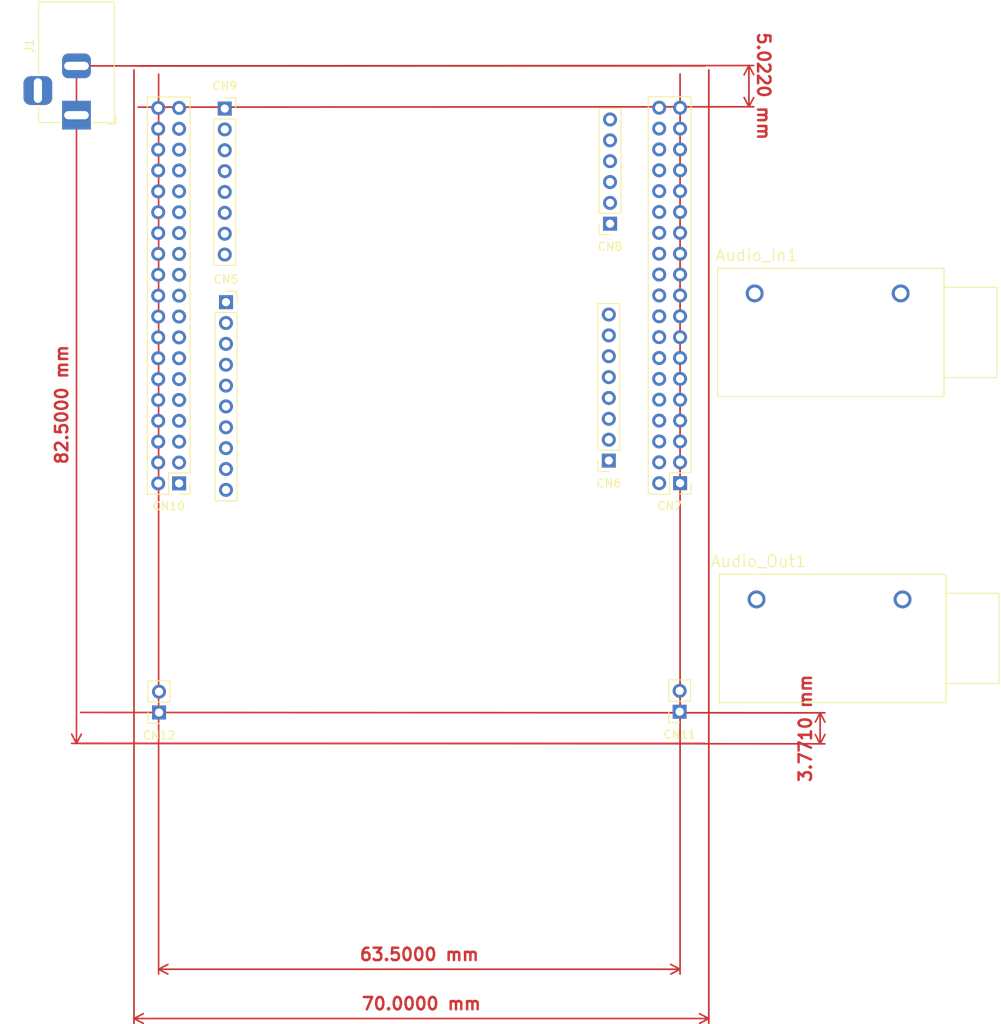
<source format=kicad_pcb>
(kicad_pcb (version 20240108) (generator "pcbnew") (generator_version "8.0")
  (layers (0 "F.Cu" signal) (31 "B.Cu" power) (34 "B.Paste" user) (35 "F.Paste" user) (36 "B.SilkS" user "B.Silkscreen") (37 "F.SilkS" user "F.Silkscreen") (38 "B.Mask" user) (39 "F.Mask" user) (44 "Edge.Cuts" user))
  (net 0 "")
  (net 1 "/PA9")
  (net 2 "/PB6")
  (net 3 "GND")
  (net 4 "/PA6")
  (net 5 "+AREF")
  (net 6 "/PC7")
  (net 7 "/PA7")
  (net 8 "/PA5")
  (net 9 "/PB8")
  (net 10 "/PB9")
  (net 11 "+5V_VIN")
  (net 12 "+5V")
  (net 13 "VIN")
  (net 14 "+3V3")
  (net 15 "/T_NRST")
  (net 16 "/PC12")
  (net 17 "/PF0")
  (net 18 "VDD")
  (net 19 "/PA0")
  (net 21 "/PC10")
  (net 22 "E5V")
  (net 23 "/PA1")
  (net 24 "/PF1")
  (net 25 "/PB7")
  (net 26 "/PC11")
  (net 27 "/PC13")
  (net 28 "VBAT")
  (net 29 "/PA3")
  (net 30 "/ADC1")
  (net 31 "/PA2")
  (net 32 "/PA15")
  (net 33 "/PD2")
  (net 34 "/DAC1")
  (net 35 "/PC2")
  (net 36 "/PC15")
  (net 37 "/PC14")
  (net 38 "/ARD D0 RX")
  (net 39 "/PA8")
  (net 40 "/PB3")
  (net 41 "/PB4")
  (net 42 "/PB10")
  (net 43 "/PA10")
  (net 44 "/ARD D1 TX")
  (net 45 "/PB5")
  (net 46 "/PB13")
  (net 48 "/PC4")
  (net 49 "/PC8")
  (net 50 "/PB14")
  (net 51 "+VREFP")
  (net 52 "/PC9")
  (net 53 "/PA12")
  (net 54 "/PA11")
  (net 55 "AGND")
  (net 56 "/PB1")
  (net 59 "+5V_USB_CHGR")
  (net 60 "/PB11")
  (net 61 "/PB2")
  (net 62 "/PC5")
  (net 63 "/PB15")
  (net 64 "/PC6")
  (net 65 "/PB12")
  (footprint "Connector_PinSocket_2.54mm:PinSocket_1x02_P2.54mm_Vertical" (layer "F.Cu") (at 93.45 93.64 180)
    (property "Reference" "CN11" (at 0 -2.77 0) (layer "F.SilkS"))
    (property "Value" "Conn_01x02")
    (fp_line (start 1.33 1.27) (end 1.33 3.87) (stroke (width 0.12)) (layer "F.SilkS"))
    (fp_line (start 1.33 -1.33) (end 1.33 0) (stroke (width 0.12)) (layer "F.SilkS"))
    (fp_line (start 0 -1.33) (end 1.33 -1.33) (stroke (width 0.12)) (layer "F.SilkS"))
    (fp_line (start -1.33 3.87) (end 1.33 3.87) (stroke (width 0.12)) (layer "F.SilkS"))
    (fp_line (start -1.33 1.27) (end 1.33 1.27) (stroke (width 0.12)) (layer "F.SilkS"))
    (fp_line (start -1.33 1.27) (end -1.33 3.87) (stroke (width 0.12)) (layer "F.SilkS"))
    (pad "1" thru_hole rect (at 0 0 180) (size 1.7 1.7) (drill 1) (layers "*.Cu" "*.Mask") (net 3 "GND"))
    (pad "2" thru_hole oval (at 0 2.54 180) (size 1.7 1.7) (drill 1) (layers "*.Cu" "*.Mask") (net 3 "GND"))
  )
  (footprint "Connector_PinSocket_2.54mm:PinSocket_1x06_P2.54mm_Vertical" (layer "F.Cu") (at 84.973 34.221 180)
    (property "Reference" "CN8" (at 0 -2.77 0) (layer "F.SilkS"))
    (property "Value" "Conn_01x06")
    (fp_line (start 1.33 1.27) (end 1.33 14.03) (stroke (width 0.12)) (layer "F.SilkS"))
    (fp_line (start 1.33 -1.33) (end 1.33 0) (stroke (width 0.12)) (layer "F.SilkS"))
    (fp_line (start 0 -1.33) (end 1.33 -1.33) (stroke (width 0.12)) (layer "F.SilkS"))
    (fp_line (start -1.33 14.03) (end 1.33 14.03) (stroke (width 0.12)) (layer "F.SilkS"))
    (fp_line (start -1.33 1.27) (end 1.33 1.27) (stroke (width 0.12)) (layer "F.SilkS"))
    (fp_line (start -1.33 1.27) (end -1.33 14.03) (stroke (width 0.12)) (layer "F.SilkS"))
    (pad "1" thru_hole rect (at 0 0 180) (size 1.7 1.7) (drill 1) (layers "*.Cu" "*.Mask") (net 19 "/PA0"))
    (pad "2" thru_hole oval (at 0 2.54 180) (size 1.7 1.7) (drill 1) (layers "*.Cu" "*.Mask") (net 23 "/PA1"))
    (pad "3" thru_hole oval (at 0 5.08 180) (size 1.7 1.7) (drill 1) (layers "*.Cu" "*.Mask") (net 31 "/PA2"))
    (pad "4" thru_hole oval (at 0 7.62 180) (size 1.7 1.7) (drill 1) (layers "*.Cu" "*.Mask") (net 29 "/PA3"))
    (pad "5" thru_hole oval (at 0 10.16 180) (size 1.7 1.7) (drill 1) (layers "*.Cu" "*.Mask") (net 34 "/DAC1"))
    (pad "6" thru_hole oval (at 0 12.7 180) (size 1.7 1.7) (drill 1) (layers "*.Cu" "*.Mask") (net 8 "/PA5"))
  )
  (footprint "Connector_BarrelJack:BarrelJack_Horizontal" (layer "F.Cu") (at 20 21 -90)
    (property "Reference" "J1" (at -8.45 5.75 90) (layer "F.SilkS"))
    (property "Value" "Barrel_Jack_Switch")
    (fp_line (start -13.8 4.6) (end -13.8 -4.6) (stroke (width 0.12)) (layer "F.SilkS"))
    (fp_line (start -5 4.6) (end -13.8 4.6) (stroke (width 0.12)) (layer "F.SilkS"))
    (fp_line (start 0.9 4.6) (end -1 4.6) (stroke (width 0.12)) (layer "F.SilkS"))
    (fp_line (start 0.9 1.9) (end 0.9 4.6) (stroke (width 0.12)) (layer "F.SilkS"))
    (fp_line (start 1.1 -3.75) (end 1.1 -4.8) (stroke (width 0.12)) (layer "F.SilkS"))
    (fp_line (start -13.8 -4.6) (end 0.9 -4.6) (stroke (width 0.12)) (layer "F.SilkS"))
    (fp_line (start 0.9 -4.6) (end 0.9 -2) (stroke (width 0.12)) (layer "F.SilkS"))
    (fp_line (start 0.05 -4.8) (end 1.1 -4.8) (stroke (width 0.12)) (layer "F.SilkS"))
    (pad "1" thru_hole rect (at 0 0 270) (size 3.5 3.5) (drill oval 1 3) (layers "*.Cu" "*.Mask") (net 13 "VIN"))
    (pad "2" thru_hole roundrect (at -6 0 270) (size 3 3.5) (drill oval 1 3) (layers "*.Cu" "*.Mask") (net 3 "GND"))
    (pad "3" thru_hole roundrect (at -3 4.7 270) (size 3.5 3.5) (drill oval 3 1) (layers "*.Cu" "*.Mask"))
  )
  (footprint "Connector_PinSocket_2.54mm:PinSocket_1x10_P2.54mm_Vertical" (layer "F.Cu") (at 38.203 43.767)
    (property "Reference" "CN5" (at 0 -2.77 0) (layer "F.SilkS"))
    (property "Value" "Conn_01x10")
    (fp_line (start -1.33 1.27) (end -1.33 24.19) (stroke (width 0.12)) (layer "F.SilkS"))
    (fp_line (start -1.33 1.27) (end 1.33 1.27) (stroke (width 0.12)) (layer "F.SilkS"))
    (fp_line (start -1.33 24.19) (end 1.33 24.19) (stroke (width 0.12)) (layer "F.SilkS"))
    (fp_line (start 0 -1.33) (end 1.33 -1.33) (stroke (width 0.12)) (layer "F.SilkS"))
    (fp_line (start 1.33 -1.33) (end 1.33 0) (stroke (width 0.12)) (layer "F.SilkS"))
    (fp_line (start 1.33 1.27) (end 1.33 24.19) (stroke (width 0.12)) (layer "F.SilkS"))
    (pad "1" thru_hole rect (at 0 0) (size 1.7 1.7) (drill 1) (layers "*.Cu" "*.Mask") (net 1 "/PA9"))
    (pad "2" thru_hole oval (at 0 2.54) (size 1.7 1.7) (drill 1) (layers "*.Cu" "*.Mask") (net 6 "/PC7"))
    (pad "3" thru_hole oval (at 0 5.08) (size 1.7 1.7) (drill 1) (layers "*.Cu" "*.Mask") (net 2 "/PB6"))
    (pad "4" thru_hole oval (at 0 7.62) (size 1.7 1.7) (drill 1) (layers "*.Cu" "*.Mask") (net 7 "/PA7"))
    (pad "5" thru_hole oval (at 0 10.16) (size 1.7 1.7) (drill 1) (layers "*.Cu" "*.Mask") (net 4 "/PA6"))
    (pad "6" thru_hole oval (at 0 12.7) (size 1.7 1.7) (drill 1) (layers "*.Cu" "*.Mask") (net 8 "/PA5"))
    (pad "7" thru_hole oval (at 0 15.24) (size 1.7 1.7) (drill 1) (layers "*.Cu" "*.Mask") (net 3 "GND"))
    (pad "8" thru_hole oval (at 0 17.78) (size 1.7 1.7) (drill 1) (layers "*.Cu" "*.Mask") (net 5 "+AREF"))
    (pad "9" thru_hole oval (at 0 20.32) (size 1.7 1.7) (drill 1) (layers "*.Cu" "*.Mask") (net 10 "/PB9"))
    (pad "10" thru_hole oval (at 0 22.86) (size 1.7 1.7) (drill 1) (layers "*.Cu" "*.Mask") (net 9 "/PB8"))
  )
  (footprint "Connector_PinSocket_2.54mm:PinSocket_2x19_P2.54mm_Vertical" (layer "F.Cu") (at 93.499 20.09)
    (property "Reference" "CN7" (at -1.27 48.49 0) (layer "F.SilkS"))
    (property "Value" "Conn_02x19_Odd_Even")
    (fp_line (start -3.87 -1.33) (end 1.33 -1.33) (stroke (width 0.12)) (layer "F.SilkS"))
    (fp_line (start -3.87 47.05) (end -3.87 -1.33) (stroke (width 0.12)) (layer "F.SilkS"))
    (fp_line (start -3.87 47.05) (end -1.27 47.05) (stroke (width 0.12)) (layer "F.SilkS"))
    (fp_line (start -1.27 44.45) (end 1.33 44.45) (stroke (width 0.12)) (layer "F.SilkS"))
    (fp_line (start -1.27 47.05) (end -1.27 44.45) (stroke (width 0.12)) (layer "F.SilkS"))
    (fp_line (start 0 47.05) (end 1.33 47.05) (stroke (width 0.12)) (layer "F.SilkS"))
    (fp_line (start 1.33 44.45) (end 1.33 -1.33) (stroke (width 0.12)) (layer "F.SilkS"))
    (fp_line (start 1.33 47.05) (end 1.33 45.72) (stroke (width 0.12)) (layer "F.SilkS"))
    (pad "1" thru_hole rect (at 0 45.72 180) (size 1.7 1.7) (drill 1) (layers "*.Cu" "*.Mask") (net 21 "/PC10"))
    (pad "2" thru_hole oval (at -2.54 45.72 180) (size 1.7 1.7) (drill 1) (layers "*.Cu" "*.Mask") (net 26 "/PC11"))
    (pad "3" thru_hole oval (at 0 43.18 180) (size 1.7 1.7) (drill 1) (layers "*.Cu" "*.Mask") (net 16 "/PC12"))
    (pad "4" thru_hole oval (at -2.54 43.18 180) (size 1.7 1.7) (drill 1) (layers "*.Cu" "*.Mask") (net 33 "/PD2"))
    (pad "5" thru_hole oval (at 0 40.64 180) (size 1.7 1.7) (drill 1) (layers "*.Cu" "*.Mask") (net 18 "VDD"))
    (pad "6" thru_hole oval (at -2.54 40.64 180) (size 1.7 1.7) (drill 1) (layers "*.Cu" "*.Mask") (net 22 "E5V"))
    (pad "7" thru_hole oval (at 0 38.1 180) (size 1.7 1.7) (drill 1) (layers "*.Cu" "*.Mask") (net 9 "/PB8"))
    (pad "8" thru_hole oval (at -2.54 38.1 180) (size 1.7 1.7) (drill 1) (layers "*.Cu" "*.Mask") (net 3 "GND"))
    (pad "9" thru_hole oval (at 0 35.56 180) (size 1.7 1.7) (drill 1) (layers "*.Cu" "*.Mask"))
    (pad "10" thru_hole oval (at -2.54 35.56 180) (size 1.7 1.7) (drill 1) (layers "*.Cu" "*.Mask"))
    (pad "11" thru_hole oval (at 0 33.02 180) (size 1.7 1.7) (drill 1) (layers "*.Cu" "*.Mask"))
    (pad "12" thru_hole oval (at -2.54 33.02 180) (size 1.7 1.7) (drill 1) (layers "*.Cu" "*.Mask") (net 12 "+5V"))
    (pad "13" thru_hole oval (at 0 30.48 180) (size 1.7 1.7) (drill 1) (layers "*.Cu" "*.Mask") (net 27 "/PC13"))
    (pad "14" thru_hole oval (at -2.54 30.48 180) (size 1.7 1.7) (drill 1) (layers "*.Cu" "*.Mask") (net 15 "/T_NRST"))
    (pad "15" thru_hole oval (at 0 27.94 180) (size 1.7 1.7) (drill 1) (layers "*.Cu" "*.Mask") (net 37 "/PC14"))
    (pad "16" thru_hole oval (at -2.54 27.94 180) (size 1.7 1.7) (drill 1) (layers "*.Cu" "*.Mask") (net 12 "+5V"))
    (pad "17" thru_hole oval (at 0 25.4 180) (size 1.7 1.7) (drill 1) (layers "*.Cu" "*.Mask") (net 32 "/PA15"))
    (pad "18" thru_hole oval (at -2.54 25.4 180) (size 1.7 1.7) (drill 1) (layers "*.Cu" "*.Mask") (net 14 "+3V3"))
    (pad "19" thru_hole oval (at 0 22.86 180) (size 1.7 1.7) (drill 1) (layers "*.Cu" "*.Mask") (net 3 "GND"))
    (pad "20" thru_hole oval (at -2.54 22.86 180) (size 1.7 1.7) (drill 1) (layers "*.Cu" "*.Mask") (net 3 "GND"))
    (pad "21" thru_hole oval (at 0 20.32 180) (size 1.7 1.7) (drill 1) (layers "*.Cu" "*.Mask") (net 25 "/PB7"))
    (pad "22" thru_hole oval (at -2.54 20.32 180) (size 1.7 1.7) (drill 1) (layers "*.Cu" "*.Mask") (net 3 "GND"))
    (pad "23" thru_hole oval (at 0 17.78 180) (size 1.7 1.7) (drill 1) (layers "*.Cu" "*.Mask") (net 27 "/PC13"))
    (pad "24" thru_hole oval (at -2.54 17.78 180) (size 1.7 1.7) (drill 1) (layers "*.Cu" "*.Mask") (net 13 "VIN"))
    (pad "25" thru_hole oval (at 0 15.24 180) (size 1.7 1.7) (drill 1) (layers "*.Cu" "*.Mask") (net 37 "/PC14"))
    (pad "26" thru_hole oval (at -2.54 15.24 180) (size 1.7 1.7) (drill 1) (layers "*.Cu" "*.Mask"))
    (pad "27" thru_hole oval (at 0 12.7 180) (size 1.7 1.7) (drill 1) (layers "*.Cu" "*.Mask") (net 36 "/PC15"))
    (pad "28" thru_hole oval (at -2.54 12.7 180) (size 1.7 1.7) (drill 1) (layers "*.Cu" "*.Mask") (net 19 "/PA0"))
    (pad "29" thru_hole oval (at 0 10.16 180) (size 1.7 1.7) (drill 1) (layers "*.Cu" "*.Mask") (net 17 "/PF0"))
    (pad "30" thru_hole oval (at -2.54 10.16 180) (size 1.7 1.7) (drill 1) (layers "*.Cu" "*.Mask") (net 23 "/PA1"))
    (pad "31" thru_hole oval (at 0 7.62 180) (size 1.7 1.7) (drill 1) (layers "*.Cu" "*.Mask") (net 24 "/PF1"))
    (pad "32" thru_hole oval (at -2.54 7.62 180) (size 1.7 1.7) (drill 1) (layers "*.Cu" "*.Mask") (net 31 "/PA2"))
    (pad "33" thru_hole oval (at 0 5.08 180) (size 1.7 1.7) (drill 1) (layers "*.Cu" "*.Mask") (net 28 "VBAT"))
    (pad "34" thru_hole oval (at -2.54 5.08 180) (size 1.7 1.7) (drill 1) (layers "*.Cu" "*.Mask") (net 29 "/PA3"))
    (pad "35" thru_hole oval (at 0 2.54 180) (size 1.7 1.7) (drill 1) (layers "*.Cu" "*.Mask") (net 35 "/PC2"))
    (pad "36" thru_hole oval (at -2.54 2.54 180) (size 1.7 1.7) (drill 1) (layers "*.Cu" "*.Mask") (net 34 "/DAC1"))
    (pad "37" thru_hole oval (at 0 0 180) (size 1.7 1.7) (drill 1) (layers "*.Cu" "*.Mask") (net 30 "/ADC1"))
    (pad "38" thru_hole oval (at -2.54 0 180) (size 1.7 1.7) (drill 1) (layers "*.Cu" "*.Mask") (net 8 "/PA5"))
  )
  (footprint "Connector_PinSocket_2.54mm:PinSocket_1x08_P2.54mm_Vertical" (layer "F.Cu") (at 38.056 20.193)
    (property "Reference" "CN9" (at 0 -2.77 0) (layer "F.SilkS"))
    (property "Value" "Conn_01x08")
    (fp_line (start -1.33 1.27) (end -1.33 19.11) (stroke (width 0.12)) (layer "F.SilkS"))
    (fp_line (start -1.33 1.27) (end 1.33 1.27) (stroke (width 0.12)) (layer "F.SilkS"))
    (fp_line (start -1.33 19.11) (end 1.33 19.11) (stroke (width 0.12)) (layer "F.SilkS"))
    (fp_line (start 0 -1.33) (end 1.33 -1.33) (stroke (width 0.12)) (layer "F.SilkS"))
    (fp_line (start 1.33 -1.33) (end 1.33 0) (stroke (width 0.12)) (layer "F.SilkS"))
    (fp_line (start 1.33 1.27) (end 1.33 19.11) (stroke (width 0.12)) (layer "F.SilkS"))
    (pad "1" thru_hole rect (at 0 0) (size 1.7 1.7) (drill 1) (layers "*.Cu" "*.Mask") (net 38 "/ARD D0 RX"))
    (pad "2" thru_hole oval (at 0 2.54) (size 1.7 1.7) (drill 1) (layers "*.Cu" "*.Mask") (net 44 "/ARD D1 TX"))
    (pad "3" thru_hole oval (at 0 5.08) (size 1.7 1.7) (drill 1) (layers "*.Cu" "*.Mask") (net 43 "/PA10"))
    (pad "4" thru_hole oval (at 0 7.62) (size 1.7 1.7) (drill 1) (layers "*.Cu" "*.Mask") (net 40 "/PB3"))
    (pad "5" thru_hole oval (at 0 10.16) (size 1.7 1.7) (drill 1) (layers "*.Cu" "*.Mask") (net 45 "/PB5"))
    (pad "6" thru_hole oval (at 0 12.7) (size 1.7 1.7) (drill 1) (layers "*.Cu" "*.Mask") (net 41 "/PB4"))
    (pad "7" thru_hole oval (at 0 15.24) (size 1.7 1.7) (drill 1) (layers "*.Cu" "*.Mask") (net 42 "/PB10"))
    (pad "8" thru_hole oval (at 0 17.78) (size 1.7 1.7) (drill 1) (layers "*.Cu" "*.Mask") (net 39 "/PA8"))
  )
  (footprint "Connector_PinSocket_2.54mm:PinSocket_1x02_P2.54mm_Vertical" (layer "F.Cu") (at 30.05 93.74 180)
    (property "Reference" "CN12" (at 0 -2.77 0) (layer "F.SilkS"))
    (property "Value" "Conn_01x02")
    (fp_line (start 1.33 1.27) (end 1.33 3.87) (stroke (width 0.12)) (layer "F.SilkS"))
    (fp_line (start 1.33 -1.33) (end 1.33 0) (stroke (width 0.12)) (layer "F.SilkS"))
    (fp_line (start 0 -1.33) (end 1.33 -1.33) (stroke (width 0.12)) (layer "F.SilkS"))
    (fp_line (start -1.33 3.87) (end 1.33 3.87) (stroke (width 0.12)) (layer "F.SilkS"))
    (fp_line (start -1.33 1.27) (end 1.33 1.27) (stroke (width 0.12)) (layer "F.SilkS"))
    (fp_line (start -1.33 1.27) (end -1.33 3.87) (stroke (width 0.12)) (layer "F.SilkS"))
    (pad "1" thru_hole rect (at 0 0 180) (size 1.7 1.7) (drill 1) (layers "*.Cu" "*.Mask") (net 3 "GND"))
    (pad "2" thru_hole oval (at 0 2.54 180) (size 1.7 1.7) (drill 1) (layers "*.Cu" "*.Mask") (net 3 "GND"))
  )
  (footprint "Connector_PinSocket_2.54mm:PinSocket_2x19_P2.54mm_Vertical" (layer "F.Cu") (at 32.494 20.117)
    (property "Reference" "CN10" (at -1.27 48.49 0) (layer "F.SilkS"))
    (property "Value" "Conn_02x19_Odd_Even")
    (fp_line (start -3.87 -1.33) (end 1.33 -1.33) (stroke (width 0.12)) (layer "F.SilkS"))
    (fp_line (start -3.87 47.05) (end -3.87 -1.33) (stroke (width 0.12)) (layer "F.SilkS"))
    (fp_line (start -3.87 47.05) (end -1.27 47.05) (stroke (width 0.12)) (layer "F.SilkS"))
    (fp_line (start -1.27 44.45) (end 1.33 44.45) (stroke (width 0.12)) (layer "F.SilkS"))
    (fp_line (start -1.27 47.05) (end -1.27 44.45) (stroke (width 0.12)) (layer "F.SilkS"))
    (fp_line (start 0 47.05) (end 1.33 47.05) (stroke (width 0.12)) (layer "F.SilkS"))
    (fp_line (start 1.33 44.45) (end 1.33 -1.33) (stroke (width 0.12)) (layer "F.SilkS"))
    (fp_line (start 1.33 47.05) (end 1.33 45.72) (stroke (width 0.12)) (layer "F.SilkS"))
    (pad "1" thru_hole rect (at 0 45.72 180) (size 1.7 1.7) (drill 1) (layers "*.Cu" "*.Mask") (net 52 "/PC9"))
    (pad "2" thru_hole oval (at -2.54 45.72 180) (size 1.7 1.7) (drill 1) (layers "*.Cu" "*.Mask") (net 49 "/PC8"))
    (pad "3" thru_hole oval (at 0 43.18 180) (size 1.7 1.7) (drill 1) (layers "*.Cu" "*.Mask") (net 9 "/PB8"))
    (pad "4" thru_hole oval (at -2.54 43.18 180) (size 1.7 1.7) (drill 1) (layers "*.Cu" "*.Mask") (net 64 "/PC6"))
    (pad "5" thru_hole oval (at 0 40.64 180) (size 1.7 1.7) (drill 1) (layers "*.Cu" "*.Mask") (net 10 "/PB9"))
    (pad "6" thru_hole oval (at -2.54 40.64 180) (size 1.7 1.7) (drill 1) (layers "*.Cu" "*.Mask") (net 62 "/PC5"))
    (pad "7" thru_hole oval (at 0 38.1 180) (size 1.7 1.7) (drill 1) (layers "*.Cu" "*.Mask") (net 51 "+VREFP"))
    (pad "8" thru_hole oval (at -2.54 38.1 180) (size 1.7 1.7) (drill 1) (layers "*.Cu" "*.Mask") (net 59 "+5V_USB_CHGR"))
    (pad "9" thru_hole oval (at 0 35.56 180) (size 1.7 1.7) (drill 1) (layers "*.Cu" "*.Mask") (net 3 "GND"))
    (pad "10" thru_hole oval (at -2.54 35.56 180) (size 1.7 1.7) (drill 1) (layers "*.Cu" "*.Mask"))
    (pad "11" thru_hole oval (at 0 33.02 180) (size 1.7 1.7) (drill 1) (layers "*.Cu" "*.Mask") (net 8 "/PA5"))
    (pad "12" thru_hole oval (at -2.54 33.02 180) (size 1.7 1.7) (drill 1) (layers "*.Cu" "*.Mask") (net 53 "/PA12"))
    (pad "13" thru_hole oval (at 0 30.48 180) (size 1.7 1.7) (drill 1) (layers "*.Cu" "*.Mask") (net 4 "/PA6"))
    (pad "14" thru_hole oval (at -2.54 30.48 180) (size 1.7 1.7) (drill 1) (layers "*.Cu" "*.Mask") (net 54 "/PA11"))
    (pad "15" thru_hole oval (at 0 27.94 180) (size 1.7 1.7) (drill 1) (layers "*.Cu" "*.Mask") (net 7 "/PA7"))
    (pad "16" thru_hole oval (at -2.54 27.94 180) (size 1.7 1.7) (drill 1) (layers "*.Cu" "*.Mask") (net 65 "/PB12"))
    (pad "17" thru_hole oval (at 0 25.4 180) (size 1.7 1.7) (drill 1) (layers "*.Cu" "*.Mask") (net 2 "/PB6"))
    (pad "18" thru_hole oval (at -2.54 25.4 180) (size 1.7 1.7) (drill 1) (layers "*.Cu" "*.Mask") (net 60 "/PB11"))
    (pad "19" thru_hole oval (at 0 22.86 180) (size 1.7 1.7) (drill 1) (layers "*.Cu" "*.Mask") (net 6 "/PC7"))
    (pad "20" thru_hole oval (at -2.54 22.86 180) (size 1.7 1.7) (drill 1) (layers "*.Cu" "*.Mask") (net 3 "GND"))
    (pad "21" thru_hole oval (at 0 20.32 180) (size 1.7 1.7) (drill 1) (layers "*.Cu" "*.Mask") (net 1 "/PA9"))
    (pad "22" thru_hole oval (at -2.54 20.32 180) (size 1.7 1.7) (drill 1) (layers "*.Cu" "*.Mask") (net 61 "/PB2"))
    (pad "23" thru_hole oval (at 0 17.78 180) (size 1.7 1.7) (drill 1) (layers "*.Cu" "*.Mask") (net 39 "/PA8"))
    (pad "24" thru_hole oval (at -2.54 17.78 180) (size 1.7 1.7) (drill 1) (layers "*.Cu" "*.Mask") (net 56 "/PB1"))
    (pad "25" thru_hole oval (at 0 15.24 180) (size 1.7 1.7) (drill 1) (layers "*.Cu" "*.Mask") (net 42 "/PB10"))
    (pad "26" thru_hole oval (at -2.54 15.24 180) (size 1.7 1.7) (drill 1) (layers "*.Cu" "*.Mask") (net 63 "/PB15"))
    (pad "27" thru_hole oval (at 0 12.7 180) (size 1.7 1.7) (drill 1) (layers "*.Cu" "*.Mask") (net 41 "/PB4"))
    (pad "28" thru_hole oval (at -2.54 12.7 180) (size 1.7 1.7) (drill 1) (layers "*.Cu" "*.Mask") (net 50 "/PB14"))
    (pad "29" thru_hole oval (at 0 10.16 180) (size 1.7 1.7) (drill 1) (layers "*.Cu" "*.Mask") (net 45 "/PB5"))
    (pad "30" thru_hole oval (at -2.54 10.16 180) (size 1.7 1.7) (drill 1) (layers "*.Cu" "*.Mask") (net 46 "/PB13"))
    (pad "31" thru_hole oval (at 0 7.62 180) (size 1.7 1.7) (drill 1) (layers "*.Cu" "*.Mask") (net 40 "/PB3"))
    (pad "32" thru_hole oval (at -2.54 7.62 180) (size 1.7 1.7) (drill 1) (layers "*.Cu" "*.Mask") (net 55 "AGND"))
    (pad "33" thru_hole oval (at 0 5.08 180) (size 1.7 1.7) (drill 1) (layers "*.Cu" "*.Mask") (net 43 "/PA10"))
    (pad "34" thru_hole oval (at -2.54 5.08 180) (size 1.7 1.7) (drill 1) (layers "*.Cu" "*.Mask") (net 48 "/PC4"))
    (pad "35" thru_hole oval (at 0 2.54 180) (size 1.7 1.7) (drill 1) (layers "*.Cu" "*.Mask") (net 44 "/ARD D1 TX"))
    (pad "36" thru_hole oval (at -2.54 2.54 180) (size 1.7 1.7) (drill 1) (layers "*.Cu" "*.Mask"))
    (pad "37" thru_hole oval (at 0 0 180) (size 1.7 1.7) (drill 1) (layers "*.Cu" "*.Mask") (net 38 "/ARD D0 RX"))
    (pad "38" thru_hole oval (at -2.54 0 180) (size 1.7 1.7) (drill 1) (layers "*.Cu" "*.Mask"))
  )
  (footprint "SN49B11:SWITCHCRAFT_SN49B11" (layer "F.Cu") (at 115.31 84.715)
    (property "Reference" "Audio_Out1" (at -12.2718 -9.389 360) (layer "F.SilkS") (effects (font (size 1.4 1.4))))
    (property "Value" "SN49B11")
    (fp_line (start -17.018 -7.8105) (end 10.5664 -7.8105) (stroke (width 0.127)) (layer "F.SilkS"))
    (fp_line (start -17.018 7.8105) (end -17.018 -7.8105) (stroke (width 0.127)) (layer "F.SilkS"))
    (fp_line (start 10.5664 -7.8105) (end 10.5664 -5.4991) (stroke (width 0.127)) (layer "F.SilkS"))
    (fp_line (start 10.5664 -5.4991) (end 10.5664 5.4991) (stroke (width 0.127)) (layer "F.SilkS"))
    (fp_line (start 10.5664 -5.4991) (end 17.018 -5.4991) (stroke (width 0.127)) (layer "F.SilkS"))
    (fp_line (start 10.5664 5.4991) (end 10.5664 7.8105) (stroke (width 0.127)) (layer "F.SilkS"))
    (fp_line (start 10.5664 7.8105) (end -17.018 7.8105) (stroke (width 0.127)) (layer "F.SilkS"))
    (fp_line (start 17.018 -5.4991) (end 17.018 5.4991) (stroke (width 0.127)) (layer "F.SilkS"))
    (fp_line (start 17.018 5.4991) (end 10.5664 5.4991) (stroke (width 0.127)) (layer "F.SilkS"))
    (pad "" np_thru_hole circle (at -12.4968 0) (size 3.2512 3.2512) (drill 3.2512) (layers "*.Cu" "*.Mask"))
    (pad "" np_thru_hole circle (at -7.4168 0) (size 3.2512 3.2512) (drill 3.2512) (layers "*.Cu" "*.Mask"))
    (pad "" np_thru_hole circle (at 5.2832 0) (size 3.2512 3.2512) (drill 3.2512) (layers "*.Cu" "*.Mask"))
    (pad "S" thru_hole circle (at 5.2832 -4.7498) (size 2.1717 2.1717) (drill 1.4478) (layers "*.Cu" "*.Mask") (net 34 "/DAC1"))
    (pad "T" thru_hole circle (at -12.4968 -4.7498) (size 2.1717 2.1717) (drill 1.4478) (layers "*.Cu" "*.Mask") (net 3 "GND"))
  )
  (footprint "Connector_PinSocket_2.54mm:PinSocket_1x08_P2.54mm_Vertical" (layer "F.Cu") (at 84.826 63.055 180)
    (property "Reference" "CN6" (at 0 -2.77 0) (layer "F.SilkS"))
    (property "Value" "Conn_01x08")
    (fp_line (start 1.33 1.27) (end 1.33 19.11) (stroke (width 0.12)) (layer "F.SilkS"))
    (fp_line (start 1.33 -1.33) (end 1.33 0) (stroke (width 0.12)) (layer "F.SilkS"))
    (fp_line (start 0 -1.33) (end 1.33 -1.33) (stroke (width 0.12)) (layer "F.SilkS"))
    (fp_line (start -1.33 19.11) (end 1.33 19.11) (stroke (width 0.12)) (layer "F.SilkS"))
    (fp_line (start -1.33 1.27) (end 1.33 1.27) (stroke (width 0.12)) (layer "F.SilkS"))
    (fp_line (start -1.33 1.27) (end -1.33 19.11) (stroke (width 0.12)) (layer "F.SilkS"))
    (pad "1" thru_hole rect (at 0 0 180) (size 1.7 1.7) (drill 1) (layers "*.Cu" "*.Mask") (net 11 "+5V_VIN"))
    (pad "2" thru_hole oval (at 0 2.54 180) (size 1.7 1.7) (drill 1) (layers "*.Cu" "*.Mask") (net 14 "+3V3"))
    (pad "3" thru_hole oval (at 0 5.08 180) (size 1.7 1.7) (drill 1) (layers "*.Cu" "*.Mask") (net 15 "/T_NRST"))
    (pad "4" thru_hole oval (at 0 7.62 180) (size 1.7 1.7) (drill 1) (layers "*.Cu" "*.Mask") (net 14 "+3V3"))
    (pad "5" thru_hole oval (at 0 10.16 180) (size 1.7 1.7) (drill 1) (layers "*.Cu" "*.Mask") (net 12 "+5V"))
    (pad "6" thru_hole oval (at 0 12.7 180) (size 1.7 1.7) (drill 1) (layers "*.Cu" "*.Mask") (net 3 "GND"))
    (pad "7" thru_hole oval (at 0 15.24 180) (size 1.7 1.7) (drill 1) (layers "*.Cu" "*.Mask") (net 3 "GND"))
    (pad "8" thru_hole oval (at 0 17.78 180) (size 1.7 1.7) (drill 1) (layers "*.Cu" "*.Mask") (net 13 "VIN"))
  )
  (footprint "SN49B11:SWITCHCRAFT_SN49B11" (layer "F.Cu") (at 115.081 47.452)
    (property "Reference" "Audio_In1" (at -12.2718 -9.389 0) (layer "F.SilkS") (effects (font (size 1.4 1.4))))
    (property "Value" "SN49B11")
    (fp_line (start -17.018 -7.8105) (end 10.5664 -7.8105) (stroke (width 0.127)) (layer "F.SilkS"))
    (fp_line (start -17.018 7.8105) (end -17.018 -7.8105) (stroke (width 0.127)) (layer "F.SilkS"))
    (fp_line (start 10.5664 -7.8105) (end 10.5664 -5.4991) (stroke (width 0.127)) (layer "F.SilkS"))
    (fp_line (start 10.5664 -5.4991) (end 10.5664 5.4991) (stroke (width 0.127)) (layer "F.SilkS"))
    (fp_line (start 10.5664 -5.4991) (end 17.018 -5.4991) (stroke (width 0.127)) (layer "F.SilkS"))
    (fp_line (start 10.5664 5.4991) (end 10.5664 7.8105) (stroke (width 0.127)) (layer "F.SilkS"))
    (fp_line (start 10.5664 7.8105) (end -17.018 7.8105) (stroke (width 0.127)) (layer "F.SilkS"))
    (fp_line (start 17.018 -5.4991) (end 17.018 5.4991) (stroke (width 0.127)) (layer "F.SilkS"))
    (fp_line (start 17.018 5.4991) (end 10.5664 5.4991) (stroke (width 0.127)) (layer "F.SilkS"))
    (pad "" np_thru_hole circle (at -12.4968 0) (size 3.2512 3.2512) (drill 3.2512) (layers "*.Cu" "*.Mask"))
    (pad "" np_thru_hole circle (at -7.4168 0) (size 3.2512 3.2512) (drill 3.2512) (layers "*.Cu" "*.Mask"))
    (pad "" np_thru_hole circle (at 5.2832 0) (size 3.2512 3.2512) (drill 3.2512) (layers "*.Cu" "*.Mask"))
    (pad "S" thru_hole circle (at 5.2832 -4.7498) (size 2.1717 2.1717) (drill 1.4478) (layers "*.Cu" "*.Mask") (net 30 "/ADC1"))
    (pad "T" thru_hole circle (at -12.4968 -4.7498) (size 2.1717 2.1717) (drill 1.4478) (layers "*.Cu" "*.Mask") (net 3 "GND"))
  )
  (dimension (type aligned) (layer "F.Cu") (pts (xy 97 15) (xy 97 97.5)) (height 77) (gr_text "82.5000 mm" (at 18.2 56.25 90) (layer "F.Cu") (effects (font (size 1.5 1.5) (thickness 0.3)))) (format (prefix "") (suffix "") (units 3) (units_format 1) (precision 4)) (style (thickness 0.2) (arrow_length 1.27) (text_position_mode 0) (extension_height 0.58642) (extension_offset 0.5) keep_text_aligned))
  (dimension (type aligned) (layer "F.Cu") (pts (xy 27 15) (xy 27.003 20.022)) (height -74.881191) (gr_text "5.0220 mm" (at 103.682678 17.465193 270.0342269) (layer "F.Cu") (effects (font (size 1.5 1.5) (thickness 0.3)))) (format (prefix "") (suffix "") (units 3) (units_format 1) (precision 4)) (style (thickness 0.2) (arrow_length 1.27) (text_position_mode 0) (extension_height 0.58642) (extension_offset 0.5) keep_text_aligned))
  (dimension (type aligned) (layer "F.Cu") (pts (xy 20 97.5) (xy 20.002 93.729)) (height 90.55458) (gr_text "3.7710 mm" (at 108.755567 95.661572 89.96961242) (layer "F.Cu") (effects (font (size 1.5 1.5) (thickness 0.3)))) (format (prefix "") (suffix "") (units 3) (units_format 1) (precision 4)) (style (thickness 0.2) (arrow_length 1.27) (text_position_mode 0) (extension_height 0.58642) (extension_offset 0.5) keep_text_aligned))
  (dimension (type aligned) (layer "F.Cu") (pts (xy 27 15) (xy 97 15)) (height 116) (gr_text "70.0000 mm" (at 62 129.2 0) (layer "F.Cu") (effects (font (size 1.5 1.5) (thickness 0.3)))) (format (prefix "") (suffix "") (units 3) (units_format 1) (precision 4)) (style (thickness 0.2) (arrow_length 1.27) (text_position_mode 0) (extension_height 0.58642) (extension_offset 0.5) keep_text_aligned))
  (dimension (type aligned) (layer "F.Cu") (pts (xy 30 15.5) (xy 93.5 15.5)) (height 109.5) (gr_text "63.5000 mm" (at 61.75 123.2 0) (layer "F.Cu") (effects (font (size 1.5 1.5) (thickness 0.3)))) (format (prefix "") (suffix "") (units 3) (units_format 1) (precision 4)) (style (thickness 0.2) (arrow_length 1.27) (text_position_mode 0) (extension_height 0.58642) (extension_offset 0.5) keep_text_aligned))
)
</source>
